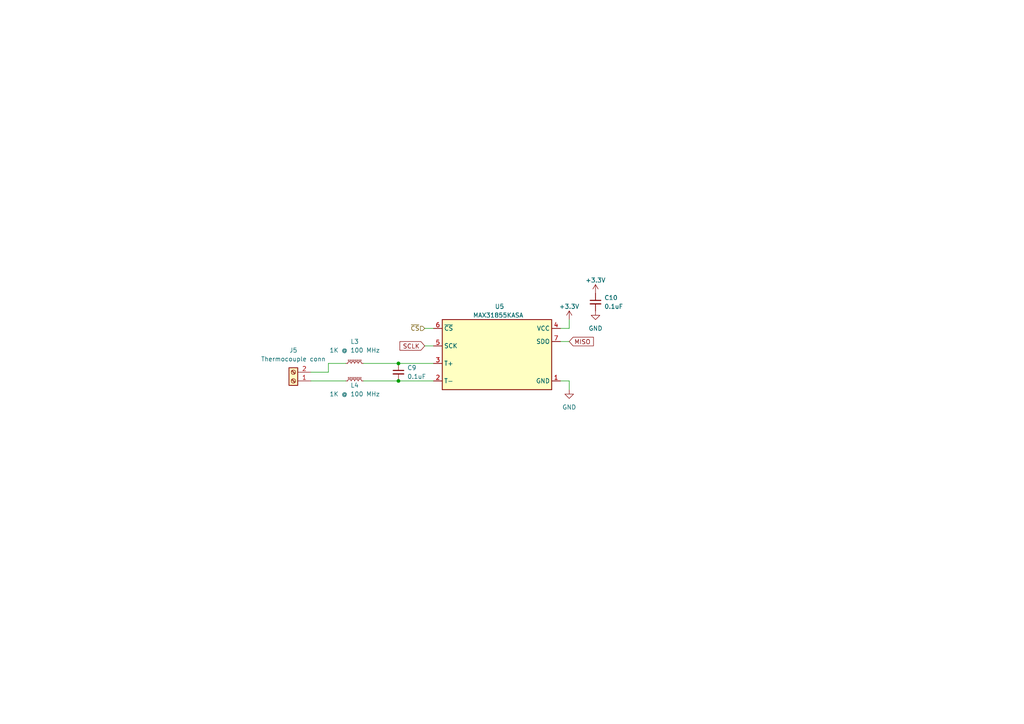
<source format=kicad_sch>
(kicad_sch (version 20230121) (generator eeschema)
  (paper "A4")
  (lib_symbols
    (symbol "Connector:Screw_Terminal_01x02" (pin_names (offset 1.016) hide)
      (property "Reference" "J" (at 0 2.54 0))
      (property "Value" "Screw_Terminal_01x02" (at 0 -5.08 0))
      (symbol "Screw_Terminal_01x02_1_1"
        (rectangle (start -1.27 1.27) (end 1.27 -3.81) (stroke (width 0.254)) (fill (type background)))
        (circle (center 0 -2.54) (radius 0.635) (stroke (width 0.1524)))
        (polyline (pts (xy -0.5334 -2.2098) (xy 0.3302 -3.048)) (stroke (width 0.1524)))
        (polyline (pts (xy -0.5334 0.3302) (xy 0.3302 -0.508)) (stroke (width 0.1524)))
        (polyline (pts (xy -0.3556 -2.032) (xy 0.508 -2.8702)) (stroke (width 0.1524)))
        (polyline (pts (xy -0.3556 0.508) (xy 0.508 -0.3302)) (stroke (width 0.1524)))
        (circle (center 0 0) (radius 0.635) (stroke (width 0.1524)))
        (pin passive line (at -5.08 0 0) (length 3.81) (name "Pin_1") (number "1"))
        (pin passive line (at -5.08 -2.54 0) (length 3.81) (name "Pin_2") (number "2"))
      )
    )
    (symbol "Device:C_Small" (pin_numbers hide) (pin_names (offset 0.254) hide)
      (property "Reference" "C" (at 0.254 1.778 0))
      (property "Value" "C_Small" (at 0.254 -2.032 0))
      (symbol "C_Small_0_1"
        (polyline (pts (xy -1.524 -0.508) (xy 1.524 -0.508)) (stroke (width 0.3302)))
        (polyline (pts (xy -1.524 0.508) (xy 1.524 0.508)) (stroke (width 0.3048)))
      )
      (symbol "C_Small_1_1"
        (pin passive line (at 0 2.54 270) (length 2.032) (name "~") (number "1"))
        (pin passive line (at 0 -2.54 90) (length 2.032) (name "~") (number "2"))
      )
    )
    (symbol "Device:L_Ferrite_Small" (pin_numbers hide) (pin_names (offset 0.254) hide)
      (property "Reference" "L" (at 1.27 1.016 0))
      (property "Value" "L_Ferrite_Small" (at 1.27 -1.27 0))
      (symbol "L_Ferrite_Small_0_1"
        (arc (start 0 -2.032) (mid 0.5058 -1.524) (end 0 -1.016))
        (arc (start 0 -1.016) (mid 0.5058 -0.508) (end 0 0))
        (polyline (pts (xy 0.762 -1.905) (xy 0.762 -1.651)))
        (polyline (pts (xy 0.762 -1.397) (xy 0.762 -1.143)))
        (polyline (pts (xy 0.762 -0.889) (xy 0.762 -0.635)))
        (polyline (pts (xy 0.762 -0.381) (xy 0.762 -0.127)))
        (polyline (pts (xy 0.762 0.127) (xy 0.762 0.381)))
        (polyline (pts (xy 0.762 0.635) (xy 0.762 0.889)))
        (polyline (pts (xy 0.762 1.143) (xy 0.762 1.397)))
        (polyline (pts (xy 0.762 1.651) (xy 0.762 1.905)))
        (polyline (pts (xy 1.016 -1.651) (xy 1.016 -1.905)))
        (polyline (pts (xy 1.016 -1.143) (xy 1.016 -1.397)))
        (polyline (pts (xy 1.016 -0.635) (xy 1.016 -0.889)))
        (polyline (pts (xy 1.016 -0.127) (xy 1.016 -0.381)))
        (polyline (pts (xy 1.016 0.381) (xy 1.016 0.127)))
        (polyline (pts (xy 1.016 0.889) (xy 1.016 0.635)))
        (polyline (pts (xy 1.016 1.397) (xy 1.016 1.143)))
        (polyline (pts (xy 1.016 1.905) (xy 1.016 1.651)))
        (arc (start 0 0) (mid 0.5058 0.508) (end 0 1.016))
        (arc (start 0 1.016) (mid 0.5058 1.524) (end 0 2.032))
      )
      (symbol "L_Ferrite_Small_1_1"
        (pin passive line (at 0 2.54 270) (length 0.508) (name "~") (number "1"))
        (pin passive line (at 0 -2.54 90) (length 0.508) (name "~") (number "2"))
      )
    )
    (symbol "Sensor_Temperature:MAX31855KASA"
      (property "Reference" "U3" (at -8.89 12.7 0))
      (property "Value" "MAX31855KASA" (at -15.24 10.16 0))
      (symbol "MAX31855KASA_0_1"
        (rectangle (start -24.13 8.89) (end 7.62 -11.43) (stroke (width 0.254)) (fill (type background)))
      )
      (symbol "MAX31855KASA_1_1"
        (pin power_in line (at 10.16 -8.89 180) (length 2.54) (name "GND") (number "1"))
        (pin passive line (at -26.67 -8.89 0) (length 2.54) (name "T-") (number "2"))
        (pin passive line (at -26.67 -3.81 0) (length 2.54) (name "T+") (number "3"))
        (pin power_in line (at 10.16 6.35 180) (length 2.54) (name "VCC") (number "4"))
        (pin input line (at -26.67 1.27 0) (length 2.54) (name "SCK") (number "5"))
        (pin input line (at -26.67 6.35 0) (length 2.54) (name "~{CS}") (number "6"))
        (pin tri_state line (at 10.16 2.54 180) (length 2.54) (name "SDO") (number "7"))
      )
    )
    (symbol "power:+3.3V" (power) (pin_names (offset 0))
      (property "Value" "+3.3V" (at 0 3.556 0))
      (symbol "+3.3V_0_1"
        (polyline (pts (xy -0.762 1.27) (xy 0 2.54)))
        (polyline (pts (xy 0 0) (xy 0 2.54)))
        (polyline (pts (xy 0 2.54) (xy 0.762 1.27)))
      )
      (symbol "+3.3V_1_1"
        (pin power_in line (at 0 0 90) (length 0) hide (name "+3.3V") (number "1"))
      )
    )
    (symbol "power:GND" (power) (pin_names (offset 0))
      (property "Value" "GND" (at 0 -3.81 0))
      (symbol "GND_0_1"
        (polyline (pts (xy 0 0) (xy 0 -1.27) (xy 1.27 -1.27) (xy 0 -2.54) (xy -1.27 -1.27) (xy 0 -1.27)))
      )
      (symbol "GND_1_1"
        (pin power_in line (at 0 0 270) (length 0) hide (name "GND") (number "1"))
      )
    )
  )
  (junction (at 115.57 110.49))
  (junction (at 115.57 105.41))
  (wire (pts (xy 162.56 110.49) (xy 165.1 110.49)))
  (wire (pts (xy 90.17 110.49) (xy 100.33 110.49)))
  (wire (pts (xy 165.1 92.71) (xy 165.1 95.25)))
  (wire (pts (xy 162.56 99.06) (xy 165.1 99.06)))
  (wire (pts (xy 95.25 107.95) (xy 95.25 105.41)))
  (wire (pts (xy 90.17 107.95) (xy 95.25 107.95)))
  (wire (pts (xy 162.56 95.25) (xy 165.1 95.25)))
  (wire (pts (xy 105.41 110.49) (xy 115.57 110.49)))
  (wire (pts (xy 115.57 105.41) (xy 125.73 105.41)))
  (wire (pts (xy 165.1 110.49) (xy 165.1 113.03)))
  (wire (pts (xy 123.19 95.25) (xy 125.73 95.25)))
  (wire (pts (xy 105.41 105.41) (xy 115.57 105.41)))
  (wire (pts (xy 123.19 100.33) (xy 125.73 100.33)))
  (wire (pts (xy 115.57 110.49) (xy 125.73 110.49)))
  (wire (pts (xy 95.25 105.41) (xy 100.33 105.41)))
  (global_label "SCLK" (shape input) (at 123.19 100.33 180) (property "Intersheetrefs" "${INTERSHEET_REFS}" (effects hide)))
  (global_label "MISO" (shape input) (at 165.1 99.06 0) (property "Intersheetrefs" "${INTERSHEET_REFS}" (effects hide)))
  (hierarchical_label "~{CS}" (shape input) (at 123.19 95.25 180))
  (symbol (lib_id "Device:L_Ferrite_Small") (at 102.87 110.49 90) (unit 1)
    (property "Reference" "L4" (at 102.87 111.76 90))
    (property "Value" "1K @ 100 MHz" (at 102.87 114.3 90))
    (property "Footprint" "Fuse:Fuse_0805_2012Metric_Pad1.15x1.40mm_HandSolder" (effects hide))
    (property "Datasheet" "https://www.digikey.ca/en/products/detail/murata-electronics/BLM21AG102SN1D/468922" (effects hide))
    (instances (project "thermocouple_board" (path "" (reference "L4") (unit 1)) (path "" (reference "L2") (unit 1)) (path "" (reference "L6") (unit 1)) (path "" (reference "L8") (unit 1))) (project "TC_daughter" (path "" (reference "L1") (unit 1)) (path "" (reference "L2") (unit 1)) (path "" (reference "L4") (unit 1)) (path "" (reference "L6") (unit 1)) (path "" (reference "L8") (unit 1)) (path "" (reference "L10") (unit 1)) (path "" (reference "L12") (unit 1)) (path "" (reference "L14") (unit 1)) (path "" (reference "L16") (unit 1)) (path "" (reference "L18") (unit 1)) (path "" (reference "L20") (unit 1)) (path "" (reference "L22") (unit 1)) (path "" (reference "L24") (unit 1))))
  )
  (symbol (lib_id "power:GND") (at 172.72 90.17 0) (unit 1)
    (property "Reference" "#PWR043" (effects hide))
    (property "Value" "GND" (at 172.72 95.25 0))
    (instances (project "thermocouple_board" (path "" (reference "#PWR043") (unit 1)) (path "" (reference "#PWR039") (unit 1)) (path "" (reference "#PWR047") (unit 1)) (path "" (reference "#PWR051") (unit 1))))
  )
  (symbol (lib_id "Device:C_Small") (at 115.57 107.95 0) (unit 1)
    (property "Reference" "C9" (at 118.11 106.68 0) (effects (justify left)))
    (property "Value" "0.1uF" (at 118.11 109.22 0) (effects (justify left)))
    (property "Footprint" "Capacitor_SMD:C_0805_2012Metric_Pad1.18x1.45mm_HandSolder" (effects hide))
    (instances (project "thermocouple_board" (path "" (reference "C9") (unit 1)) (path "" (reference "C7") (unit 1)) (path "" (reference "C11") (unit 1)) (path "" (reference "C13") (unit 1))))
  )
  (symbol (lib_id "power:+3.3V") (at 172.72 85.09 0) (unit 1)
    (property "Reference" "#PWR042" (effects hide))
    (property "Value" "+3.3V" (at 172.72 81.28 0))
    (instances (project "thermocouple_board" (path "" (reference "#PWR042") (unit 1)) (path "" (reference "#PWR038") (unit 1)) (path "" (reference "#PWR046") (unit 1)) (path "" (reference "#PWR050") (unit 1))))
  )
  (symbol (lib_id "Sensor_Temperature:MAX31855KASA") (at 152.4 101.6 0) (unit 1)
    (property "Reference" "U5" (at 143.51 88.9 0) (effects (justify left)))
    (property "Value" "MAX31855KASA" (at 137.16 91.44 0) (effects (justify left)))
    (property "Footprint" "Package_SO:SOIC-8_3.9x4.9mm_P1.27mm" (effects hide))
    (property "Datasheet" "http://datasheets.maximintegrated.com/en/ds/MAX31855.pdf" (effects hide))
    (instances (project "thermocouple_board" (path "" (reference "U5") (unit 1)) (path "" (reference "U4") (unit 1)) (path "" (reference "U6") (unit 1)) (path "" (reference "U7") (unit 1))))
  )
  (symbol (lib_id "Device:L_Ferrite_Small") (at 102.87 105.41 90) (unit 1)
    (property "Reference" "L3" (at 102.87 99.06 90))
    (property "Value" "1K @ 100 MHz" (at 102.87 101.6 90))
    (property "Footprint" "Fuse:Fuse_0805_2012Metric_Pad1.15x1.40mm_HandSolder" (effects hide))
    (property "Datasheet" "https://www.digikey.ca/en/products/detail/murata-electronics/BLM21AG102SN1D/468922" (effects hide))
    (instances (project "thermocouple_board" (path "" (reference "L3") (unit 1)) (path "" (reference "L1") (unit 1)) (path "" (reference "L5") (unit 1)) (path "" (reference "L7") (unit 1))) (project "TC_daughter" (path "" (reference "L2") (unit 1)) (path "" (reference "L1") (unit 1)) (path "" (reference "L3") (unit 1)) (path "" (reference "L5") (unit 1)) (path "" (reference "L7") (unit 1)) (path "" (reference "L9") (unit 1)) (path "" (reference "L11") (unit 1)) (path "" (reference "L13") (unit 1)) (path "" (reference "L15") (unit 1)) (path "" (reference "L17") (unit 1)) (path "" (reference "L19") (unit 1)) (path "" (reference "L21") (unit 1)) (path "" (reference "L23") (unit 1))))
  )
  (symbol (lib_id "power:+3.3V") (at 165.1 92.71 0) (unit 1)
    (property "Reference" "#PWR040" (effects hide))
    (property "Value" "+3.3V" (at 165.1 88.9 0))
    (instances (project "thermocouple_board" (path "" (reference "#PWR040") (unit 1)) (path "" (reference "#PWR036") (unit 1)) (path "" (reference "#PWR044") (unit 1)) (path "" (reference "#PWR048") (unit 1))))
  )
  (symbol (lib_id "power:GND") (at 165.1 113.03 0) (unit 1)
    (property "Reference" "#PWR041" (effects hide))
    (property "Value" "GND" (at 165.1 118.11 0))
    (instances (project "thermocouple_board" (path "" (reference "#PWR041") (unit 1)) (path "" (reference "#PWR037") (unit 1)) (path "" (reference "#PWR045") (unit 1)) (path "" (reference "#PWR049") (unit 1))))
  )
  (symbol (lib_id "Device:C_Small") (at 172.72 87.63 0) (unit 1)
    (property "Reference" "C10" (at 175.26 86.36 0) (effects (justify left)))
    (property "Value" "0.1uF" (at 175.26 88.9 0) (effects (justify left)))
    (property "Footprint" "Capacitor_SMD:C_0805_2012Metric_Pad1.18x1.45mm_HandSolder" (effects hide))
    (instances (project "thermocouple_board" (path "" (reference "C10") (unit 1)) (path "" (reference "C8") (unit 1)) (path "" (reference "C12") (unit 1)) (path "" (reference "C14") (unit 1))))
  )
  (symbol (lib_id "Connector:Screw_Terminal_01x02") (at 85.09 110.49 180) (unit 1)
    (property "Reference" "J5" (at 85.09 101.6 0))
    (property "Value" "Thermocouple conn" (at 85.09 104.14 0))
    (instances (project "thermocouple_board" (path "" (reference "J5") (unit 1)) (path "" (reference "J4") (unit 1)) (path "" (reference "J6") (unit 1)) (path "" (reference "J7") (unit 1))))
  )
)
</source>
